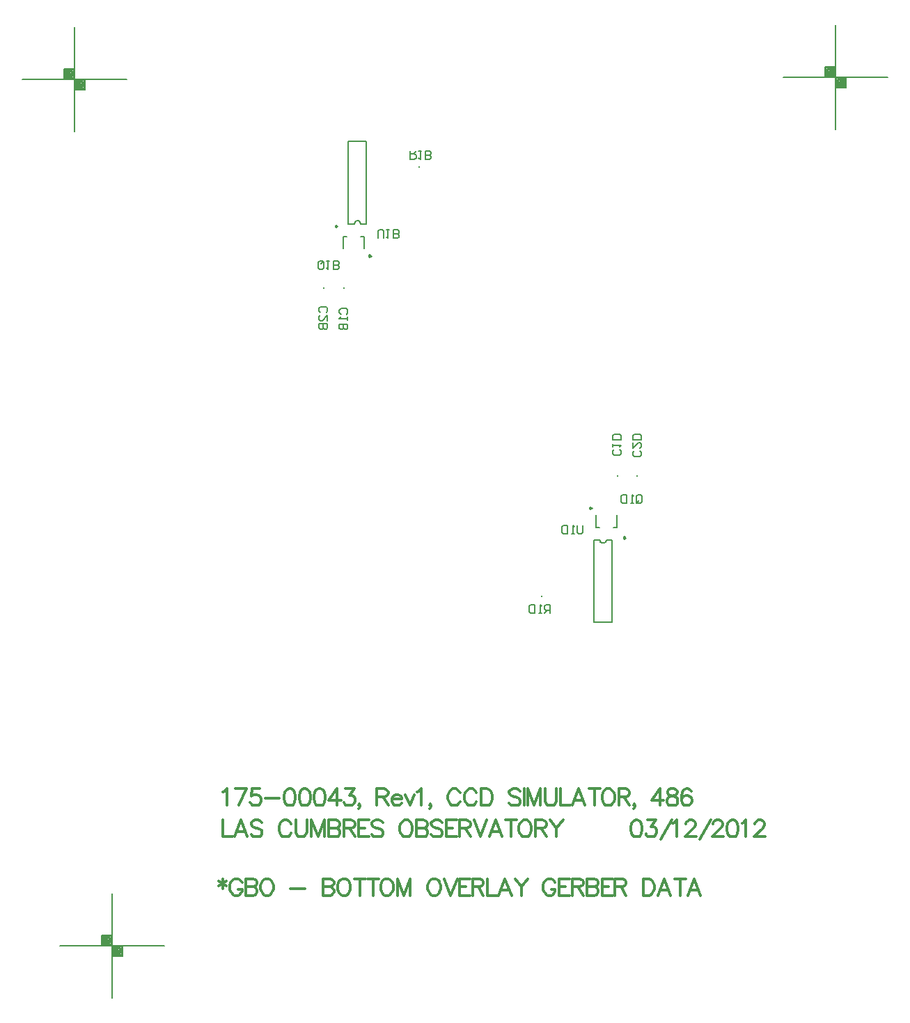
<source format=gbo>
%FSLAX23Y23*%
%MOIN*%
G70*
G01*
G75*
G04 Layer_Color=32896*
%ADD10R,0.070X0.135*%
%ADD11R,0.087X0.024*%
%ADD12R,0.135X0.070*%
%ADD13R,0.050X0.050*%
%ADD14R,0.050X0.050*%
%ADD15R,0.035X0.037*%
%ADD16R,0.035X0.037*%
%ADD17C,0.010*%
%ADD18C,0.012*%
%ADD19C,0.008*%
%ADD20C,0.012*%
%ADD21C,0.012*%
%ADD22R,0.059X0.059*%
%ADD23C,0.059*%
%ADD24C,0.055*%
%ADD25R,0.070X0.070*%
%ADD26C,0.070*%
%ADD27C,0.024*%
%ADD28C,0.040*%
%ADD29C,0.075*%
G04:AMPARAMS|DCode=30|XSize=95.433mil|YSize=95.433mil|CornerRadius=0mil|HoleSize=0mil|Usage=FLASHONLY|Rotation=0.000|XOffset=0mil|YOffset=0mil|HoleType=Round|Shape=Relief|Width=10mil|Gap=10mil|Entries=4|*
%AMTHD30*
7,0,0,0.095,0.075,0.010,45*
%
%ADD30THD30*%
G04:AMPARAMS|DCode=31|XSize=93.465mil|YSize=93.465mil|CornerRadius=0mil|HoleSize=0mil|Usage=FLASHONLY|Rotation=0.000|XOffset=0mil|YOffset=0mil|HoleType=Round|Shape=Relief|Width=10mil|Gap=10mil|Entries=4|*
%AMTHD31*
7,0,0,0.093,0.073,0.010,45*
%
%ADD31THD31*%
%ADD32C,0.073*%
G04:AMPARAMS|DCode=33|XSize=100mil|YSize=100mil|CornerRadius=0mil|HoleSize=0mil|Usage=FLASHONLY|Rotation=0.000|XOffset=0mil|YOffset=0mil|HoleType=Round|Shape=Relief|Width=10mil|Gap=10mil|Entries=4|*
%AMTHD33*
7,0,0,0.100,0.080,0.010,45*
%
%ADD33THD33*%
%ADD34C,0.080*%
%ADD35C,0.050*%
G04:AMPARAMS|DCode=36|XSize=70mil|YSize=70mil|CornerRadius=0mil|HoleSize=0mil|Usage=FLASHONLY|Rotation=0.000|XOffset=0mil|YOffset=0mil|HoleType=Round|Shape=Relief|Width=10mil|Gap=10mil|Entries=4|*
%AMTHD36*
7,0,0,0.070,0.050,0.010,45*
%
%ADD36THD36*%
%ADD37C,0.005*%
%ADD38C,0.006*%
%ADD39C,0.008*%
%ADD40C,0.010*%
%ADD41C,0.024*%
%ADD42C,0.010*%
%ADD43C,0.007*%
%ADD44R,0.169X0.072*%
%ADD45R,0.078X0.143*%
%ADD46R,0.095X0.032*%
%ADD47R,0.143X0.078*%
%ADD48R,0.058X0.058*%
%ADD49R,0.058X0.058*%
%ADD50R,0.043X0.045*%
%ADD51R,0.043X0.045*%
%ADD52R,0.067X0.067*%
%ADD53C,0.067*%
%ADD54C,0.063*%
%ADD55R,0.078X0.078*%
%ADD56C,0.078*%
%ADD57C,0.032*%
%ADD58R,0.927X0.242*%
D18*
X14113Y6377D02*
Y6331D01*
X14094Y6366D02*
X14132Y6343D01*
Y6366D02*
X14094Y6343D01*
X14206Y6358D02*
X14202Y6366D01*
X14194Y6373D01*
X14187Y6377D01*
X14171D01*
X14164Y6373D01*
X14156Y6366D01*
X14152Y6358D01*
X14148Y6347D01*
Y6327D01*
X14152Y6316D01*
X14156Y6308D01*
X14164Y6301D01*
X14171Y6297D01*
X14187D01*
X14194Y6301D01*
X14202Y6308D01*
X14206Y6316D01*
Y6327D01*
X14187D02*
X14206D01*
X14224Y6377D02*
Y6297D01*
Y6377D02*
X14258D01*
X14270Y6373D01*
X14273Y6369D01*
X14277Y6362D01*
Y6354D01*
X14273Y6347D01*
X14270Y6343D01*
X14258Y6339D01*
X14224D02*
X14258D01*
X14270Y6335D01*
X14273Y6331D01*
X14277Y6324D01*
Y6312D01*
X14273Y6305D01*
X14270Y6301D01*
X14258Y6297D01*
X14224D01*
X14318Y6377D02*
X14310Y6373D01*
X14303Y6366D01*
X14299Y6358D01*
X14295Y6347D01*
Y6327D01*
X14299Y6316D01*
X14303Y6308D01*
X14310Y6301D01*
X14318Y6297D01*
X14333D01*
X14341Y6301D01*
X14348Y6308D01*
X14352Y6316D01*
X14356Y6327D01*
Y6347D01*
X14352Y6358D01*
X14348Y6366D01*
X14341Y6373D01*
X14333Y6377D01*
X14318D01*
X14438Y6331D02*
X14506D01*
X14593Y6377D02*
Y6297D01*
Y6377D02*
X14627D01*
X14638Y6373D01*
X14642Y6369D01*
X14646Y6362D01*
Y6354D01*
X14642Y6347D01*
X14638Y6343D01*
X14627Y6339D01*
X14593D02*
X14627D01*
X14638Y6335D01*
X14642Y6331D01*
X14646Y6324D01*
Y6312D01*
X14642Y6305D01*
X14638Y6301D01*
X14627Y6297D01*
X14593D01*
X14687Y6377D02*
X14679Y6373D01*
X14671Y6366D01*
X14668Y6358D01*
X14664Y6347D01*
Y6327D01*
X14668Y6316D01*
X14671Y6308D01*
X14679Y6301D01*
X14687Y6297D01*
X14702D01*
X14709Y6301D01*
X14717Y6308D01*
X14721Y6316D01*
X14725Y6327D01*
Y6347D01*
X14721Y6358D01*
X14717Y6366D01*
X14709Y6373D01*
X14702Y6377D01*
X14687D01*
X14770D02*
Y6297D01*
X14743Y6377D02*
X14797D01*
X14833D02*
Y6297D01*
X14806Y6377D02*
X14860D01*
X14892D02*
X14884Y6373D01*
X14877Y6366D01*
X14873Y6358D01*
X14869Y6347D01*
Y6327D01*
X14873Y6316D01*
X14877Y6308D01*
X14884Y6301D01*
X14892Y6297D01*
X14907D01*
X14915Y6301D01*
X14922Y6308D01*
X14926Y6316D01*
X14930Y6327D01*
Y6347D01*
X14926Y6358D01*
X14922Y6366D01*
X14915Y6373D01*
X14907Y6377D01*
X14892D01*
X14949D02*
Y6297D01*
Y6377D02*
X14979Y6297D01*
X15010Y6377D02*
X14979Y6297D01*
X15010Y6377D02*
Y6297D01*
X15118Y6377D02*
X15111Y6373D01*
X15103Y6366D01*
X15099Y6358D01*
X15095Y6347D01*
Y6327D01*
X15099Y6316D01*
X15103Y6308D01*
X15111Y6301D01*
X15118Y6297D01*
X15133D01*
X15141Y6301D01*
X15149Y6308D01*
X15152Y6316D01*
X15156Y6327D01*
Y6347D01*
X15152Y6358D01*
X15149Y6366D01*
X15141Y6373D01*
X15133Y6377D01*
X15118D01*
X15175D02*
X15205Y6297D01*
X15236Y6377D02*
X15205Y6297D01*
X15296Y6377D02*
X15246D01*
Y6297D01*
X15296D01*
X15246Y6339D02*
X15277D01*
X15309Y6377D02*
Y6297D01*
Y6377D02*
X15343D01*
X15355Y6373D01*
X15358Y6369D01*
X15362Y6362D01*
Y6354D01*
X15358Y6347D01*
X15355Y6343D01*
X15343Y6339D01*
X15309D01*
X15336D02*
X15362Y6297D01*
X15380Y6377D02*
Y6297D01*
X15426D01*
X15496D02*
X15465Y6377D01*
X15435Y6297D01*
X15446Y6324D02*
X15484D01*
X15514Y6377D02*
X15545Y6339D01*
Y6297D01*
X15575Y6377D02*
X15545Y6339D01*
X15705Y6358D02*
X15702Y6366D01*
X15694Y6373D01*
X15686Y6377D01*
X15671D01*
X15664Y6373D01*
X15656Y6366D01*
X15652Y6358D01*
X15648Y6347D01*
Y6327D01*
X15652Y6316D01*
X15656Y6308D01*
X15664Y6301D01*
X15671Y6297D01*
X15686D01*
X15694Y6301D01*
X15702Y6308D01*
X15705Y6316D01*
Y6327D01*
X15686D02*
X15705D01*
X15773Y6377D02*
X15724D01*
Y6297D01*
X15773D01*
X15724Y6339D02*
X15754D01*
X15787Y6377D02*
Y6297D01*
Y6377D02*
X15821D01*
X15832Y6373D01*
X15836Y6369D01*
X15840Y6362D01*
Y6354D01*
X15836Y6347D01*
X15832Y6343D01*
X15821Y6339D01*
X15787D01*
X15813D02*
X15840Y6297D01*
X15858Y6377D02*
Y6297D01*
Y6377D02*
X15892D01*
X15904Y6373D01*
X15907Y6369D01*
X15911Y6362D01*
Y6354D01*
X15907Y6347D01*
X15904Y6343D01*
X15892Y6339D01*
X15858D02*
X15892D01*
X15904Y6335D01*
X15907Y6331D01*
X15911Y6324D01*
Y6312D01*
X15907Y6305D01*
X15904Y6301D01*
X15892Y6297D01*
X15858D01*
X15979Y6377D02*
X15929D01*
Y6297D01*
X15979D01*
X15929Y6339D02*
X15960D01*
X15992Y6377D02*
Y6297D01*
Y6377D02*
X16026D01*
X16038Y6373D01*
X16041Y6369D01*
X16045Y6362D01*
Y6354D01*
X16041Y6347D01*
X16038Y6343D01*
X16026Y6339D01*
X15992D01*
X16019D02*
X16045Y6297D01*
X16126Y6377D02*
Y6297D01*
Y6377D02*
X16153D01*
X16164Y6373D01*
X16172Y6366D01*
X16175Y6358D01*
X16179Y6347D01*
Y6327D01*
X16175Y6316D01*
X16172Y6308D01*
X16164Y6301D01*
X16153Y6297D01*
X16126D01*
X16258D02*
X16228Y6377D01*
X16197Y6297D01*
X16209Y6324D02*
X16247D01*
X16303Y6377D02*
Y6297D01*
X16277Y6377D02*
X16330D01*
X16401Y6297D02*
X16370Y6377D01*
X16340Y6297D01*
X16351Y6324D02*
X16389D01*
D19*
X16796Y10217D02*
X17296D01*
X17046Y9967D02*
Y10467D01*
X17096Y10167D02*
Y10217D01*
X17046Y10167D02*
X17096D01*
X16996Y10217D02*
Y10267D01*
X17046D01*
X17001Y10222D02*
X17041D01*
X17001D02*
Y10262D01*
X17041D01*
Y10222D02*
Y10262D01*
X17006Y10227D02*
X17036D01*
X17006D02*
Y10257D01*
X17036D01*
Y10232D02*
Y10257D01*
X17011Y10232D02*
X17031D01*
X17011D02*
Y10252D01*
X17031D01*
Y10237D02*
Y10252D01*
X17016Y10237D02*
X17026D01*
X17016D02*
Y10247D01*
X17026D01*
Y10237D02*
Y10247D01*
X17016Y10242D02*
X17026D01*
X17051Y10172D02*
X17091D01*
X17051D02*
Y10212D01*
X17091D01*
Y10172D02*
Y10212D01*
X17056Y10177D02*
X17086D01*
X17056D02*
Y10207D01*
X17086D01*
Y10182D02*
Y10207D01*
X17061Y10182D02*
X17081D01*
X17061D02*
Y10202D01*
X17081D01*
Y10187D02*
Y10202D01*
X17066Y10187D02*
X17076D01*
X17066D02*
Y10197D01*
X17076D01*
Y10187D02*
Y10197D01*
X17066Y10192D02*
X17076D01*
X13155Y10207D02*
X13655D01*
X13405Y9957D02*
Y10457D01*
X13455Y10157D02*
Y10207D01*
X13405Y10157D02*
X13455D01*
X13355Y10207D02*
Y10257D01*
X13405D01*
X13360Y10212D02*
X13400D01*
X13360D02*
Y10252D01*
X13400D01*
Y10212D02*
Y10252D01*
X13365Y10217D02*
X13395D01*
X13365D02*
Y10247D01*
X13395D01*
Y10222D02*
Y10247D01*
X13370Y10222D02*
X13390D01*
X13370D02*
Y10242D01*
X13390D01*
Y10227D02*
Y10242D01*
X13375Y10227D02*
X13385D01*
X13375D02*
Y10237D01*
X13385D01*
Y10227D02*
Y10237D01*
X13375Y10232D02*
X13385D01*
X13410Y10162D02*
X13450D01*
X13410D02*
Y10202D01*
X13450D01*
Y10162D02*
Y10202D01*
X13415Y10167D02*
X13445D01*
X13415D02*
Y10197D01*
X13445D01*
Y10172D02*
Y10197D01*
X13420Y10172D02*
X13440D01*
X13420D02*
Y10192D01*
X13440D01*
Y10177D02*
Y10192D01*
X13425Y10177D02*
X13435D01*
X13425D02*
Y10187D01*
X13435D01*
Y10177D02*
Y10187D01*
X13425Y10182D02*
X13435D01*
X13334Y6057D02*
X13834D01*
X13584Y5807D02*
Y6307D01*
X13634Y6007D02*
Y6057D01*
X13584Y6007D02*
X13634D01*
X13534Y6057D02*
Y6107D01*
X13584D01*
X13539Y6062D02*
X13579D01*
X13539D02*
Y6102D01*
X13579D01*
Y6062D02*
Y6102D01*
X13544Y6067D02*
X13574D01*
X13544D02*
Y6097D01*
X13574D01*
Y6072D02*
Y6097D01*
X13549Y6072D02*
X13569D01*
X13549D02*
Y6092D01*
X13569D01*
Y6077D02*
Y6092D01*
X13554Y6077D02*
X13564D01*
X13554D02*
Y6087D01*
X13564D01*
Y6077D02*
Y6087D01*
X13554Y6082D02*
X13564D01*
X13589Y6012D02*
X13629D01*
X13589D02*
Y6052D01*
X13629D01*
Y6012D02*
Y6052D01*
X13594Y6017D02*
X13624D01*
X13594D02*
Y6047D01*
X13624D01*
Y6022D02*
Y6047D01*
X13599Y6022D02*
X13619D01*
X13599D02*
Y6042D01*
X13619D01*
Y6027D02*
Y6042D01*
X13604Y6027D02*
X13614D01*
X13604D02*
Y6037D01*
X13614D01*
Y6027D02*
Y6037D01*
X13604Y6032D02*
X13614D01*
D20*
X14115Y6658D02*
Y6578D01*
X14161D01*
X14230D02*
X14200Y6658D01*
X14169Y6578D01*
X14181Y6604D02*
X14219D01*
X14302Y6646D02*
X14295Y6654D01*
X14283Y6658D01*
X14268D01*
X14257Y6654D01*
X14249Y6646D01*
Y6639D01*
X14253Y6631D01*
X14257Y6627D01*
X14264Y6623D01*
X14287Y6616D01*
X14295Y6612D01*
X14299Y6608D01*
X14302Y6600D01*
Y6589D01*
X14295Y6581D01*
X14283Y6578D01*
X14268D01*
X14257Y6581D01*
X14249Y6589D01*
X14440Y6639D02*
X14436Y6646D01*
X14429Y6654D01*
X14421Y6658D01*
X14406D01*
X14398Y6654D01*
X14391Y6646D01*
X14387Y6639D01*
X14383Y6627D01*
Y6608D01*
X14387Y6597D01*
X14391Y6589D01*
X14398Y6581D01*
X14406Y6578D01*
X14421D01*
X14429Y6581D01*
X14436Y6589D01*
X14440Y6597D01*
X14463Y6658D02*
Y6600D01*
X14467Y6589D01*
X14474Y6581D01*
X14486Y6578D01*
X14493D01*
X14505Y6581D01*
X14512Y6589D01*
X14516Y6600D01*
Y6658D01*
X14538D02*
Y6578D01*
Y6658D02*
X14569Y6578D01*
X14599Y6658D02*
X14569Y6578D01*
X14599Y6658D02*
Y6578D01*
X14622Y6658D02*
Y6578D01*
Y6658D02*
X14656D01*
X14668Y6654D01*
X14671Y6650D01*
X14675Y6642D01*
Y6635D01*
X14671Y6627D01*
X14668Y6623D01*
X14656Y6619D01*
X14622D02*
X14656D01*
X14668Y6616D01*
X14671Y6612D01*
X14675Y6604D01*
Y6593D01*
X14671Y6585D01*
X14668Y6581D01*
X14656Y6578D01*
X14622D01*
X14693Y6658D02*
Y6578D01*
Y6658D02*
X14727D01*
X14739Y6654D01*
X14743Y6650D01*
X14747Y6642D01*
Y6635D01*
X14743Y6627D01*
X14739Y6623D01*
X14727Y6619D01*
X14693D01*
X14720D02*
X14747Y6578D01*
X14814Y6658D02*
X14764D01*
Y6578D01*
X14814D01*
X14764Y6619D02*
X14795D01*
X14881Y6646D02*
X14873Y6654D01*
X14862Y6658D01*
X14846D01*
X14835Y6654D01*
X14827Y6646D01*
Y6639D01*
X14831Y6631D01*
X14835Y6627D01*
X14842Y6623D01*
X14865Y6616D01*
X14873Y6612D01*
X14877Y6608D01*
X14881Y6600D01*
Y6589D01*
X14873Y6581D01*
X14862Y6578D01*
X14846D01*
X14835Y6581D01*
X14827Y6589D01*
X14984Y6658D02*
X14977Y6654D01*
X14969Y6646D01*
X14965Y6639D01*
X14961Y6627D01*
Y6608D01*
X14965Y6597D01*
X14969Y6589D01*
X14977Y6581D01*
X14984Y6578D01*
X14999D01*
X15007Y6581D01*
X15015Y6589D01*
X15018Y6597D01*
X15022Y6608D01*
Y6627D01*
X15018Y6639D01*
X15015Y6646D01*
X15007Y6654D01*
X14999Y6658D01*
X14984D01*
X15041D02*
Y6578D01*
Y6658D02*
X15075D01*
X15087Y6654D01*
X15090Y6650D01*
X15094Y6642D01*
Y6635D01*
X15090Y6627D01*
X15087Y6623D01*
X15075Y6619D01*
X15041D02*
X15075D01*
X15087Y6616D01*
X15090Y6612D01*
X15094Y6604D01*
Y6593D01*
X15090Y6585D01*
X15087Y6581D01*
X15075Y6578D01*
X15041D01*
X15165Y6646D02*
X15158Y6654D01*
X15146Y6658D01*
X15131D01*
X15120Y6654D01*
X15112Y6646D01*
Y6639D01*
X15116Y6631D01*
X15120Y6627D01*
X15127Y6623D01*
X15150Y6616D01*
X15158Y6612D01*
X15162Y6608D01*
X15165Y6600D01*
Y6589D01*
X15158Y6581D01*
X15146Y6578D01*
X15131D01*
X15120Y6581D01*
X15112Y6589D01*
X15233Y6658D02*
X15183D01*
Y6578D01*
X15233D01*
X15183Y6619D02*
X15214D01*
X15246Y6658D02*
Y6578D01*
Y6658D02*
X15280D01*
X15292Y6654D01*
X15296Y6650D01*
X15300Y6642D01*
Y6635D01*
X15296Y6627D01*
X15292Y6623D01*
X15280Y6619D01*
X15246D01*
X15273D02*
X15300Y6578D01*
X15317Y6658D02*
X15348Y6578D01*
X15378Y6658D02*
X15348Y6578D01*
X15450D02*
X15419Y6658D01*
X15389Y6578D01*
X15400Y6604D02*
X15438D01*
X15495Y6658D02*
Y6578D01*
X15468Y6658D02*
X15522D01*
X15554D02*
X15546Y6654D01*
X15539Y6646D01*
X15535Y6639D01*
X15531Y6627D01*
Y6608D01*
X15535Y6597D01*
X15539Y6589D01*
X15546Y6581D01*
X15554Y6578D01*
X15569D01*
X15577Y6581D01*
X15584Y6589D01*
X15588Y6597D01*
X15592Y6608D01*
Y6627D01*
X15588Y6639D01*
X15584Y6646D01*
X15577Y6654D01*
X15569Y6658D01*
X15554D01*
X15611D02*
Y6578D01*
Y6658D02*
X15645D01*
X15656Y6654D01*
X15660Y6650D01*
X15664Y6642D01*
Y6635D01*
X15660Y6627D01*
X15656Y6623D01*
X15645Y6619D01*
X15611D01*
X15637D02*
X15664Y6578D01*
X15682Y6658D02*
X15712Y6619D01*
Y6578D01*
X15743Y6658D02*
X15712Y6619D01*
X16090Y6658D02*
X16079Y6654D01*
X16071Y6642D01*
X16067Y6623D01*
Y6612D01*
X16071Y6593D01*
X16079Y6581D01*
X16090Y6578D01*
X16098D01*
X16109Y6581D01*
X16117Y6593D01*
X16121Y6612D01*
Y6623D01*
X16117Y6642D01*
X16109Y6654D01*
X16098Y6658D01*
X16090D01*
X16146D02*
X16188D01*
X16165Y6627D01*
X16177D01*
X16184Y6623D01*
X16188Y6619D01*
X16192Y6608D01*
Y6600D01*
X16188Y6589D01*
X16180Y6581D01*
X16169Y6578D01*
X16158D01*
X16146Y6581D01*
X16142Y6585D01*
X16139Y6593D01*
X16210Y6566D02*
X16263Y6658D01*
X16268Y6642D02*
X16276Y6646D01*
X16288Y6658D01*
Y6578D01*
X16331Y6639D02*
Y6642D01*
X16335Y6650D01*
X16339Y6654D01*
X16346Y6658D01*
X16361D01*
X16369Y6654D01*
X16373Y6650D01*
X16377Y6642D01*
Y6635D01*
X16373Y6627D01*
X16365Y6616D01*
X16327Y6578D01*
X16380D01*
X16398Y6566D02*
X16452Y6658D01*
X16461Y6639D02*
Y6642D01*
X16465Y6650D01*
X16468Y6654D01*
X16476Y6658D01*
X16491D01*
X16499Y6654D01*
X16503Y6650D01*
X16507Y6642D01*
Y6635D01*
X16503Y6627D01*
X16495Y6616D01*
X16457Y6578D01*
X16510D01*
X16551Y6658D02*
X16540Y6654D01*
X16532Y6642D01*
X16528Y6623D01*
Y6612D01*
X16532Y6593D01*
X16540Y6581D01*
X16551Y6578D01*
X16559D01*
X16570Y6581D01*
X16578Y6593D01*
X16582Y6612D01*
Y6623D01*
X16578Y6642D01*
X16570Y6654D01*
X16559Y6658D01*
X16551D01*
X16599Y6642D02*
X16607Y6646D01*
X16618Y6658D01*
Y6578D01*
X16662Y6639D02*
Y6642D01*
X16666Y6650D01*
X16670Y6654D01*
X16677Y6658D01*
X16692D01*
X16700Y6654D01*
X16704Y6650D01*
X16708Y6642D01*
Y6635D01*
X16704Y6627D01*
X16696Y6616D01*
X16658Y6578D01*
X16711D01*
D21*
X14115Y6792D02*
X14123Y6796D01*
X14134Y6808D01*
Y6728D01*
X14227Y6808D02*
X14189Y6728D01*
X14174Y6808D02*
X14227D01*
X14291D02*
X14253D01*
X14249Y6773D01*
X14253Y6777D01*
X14264Y6781D01*
X14275D01*
X14287Y6777D01*
X14294Y6769D01*
X14298Y6758D01*
Y6750D01*
X14294Y6739D01*
X14287Y6731D01*
X14275Y6728D01*
X14264D01*
X14253Y6731D01*
X14249Y6735D01*
X14245Y6743D01*
X14316Y6762D02*
X14385D01*
X14431Y6808D02*
X14420Y6804D01*
X14412Y6792D01*
X14408Y6773D01*
Y6762D01*
X14412Y6743D01*
X14420Y6731D01*
X14431Y6728D01*
X14439D01*
X14450Y6731D01*
X14458Y6743D01*
X14462Y6762D01*
Y6773D01*
X14458Y6792D01*
X14450Y6804D01*
X14439Y6808D01*
X14431D01*
X14502D02*
X14491Y6804D01*
X14483Y6792D01*
X14480Y6773D01*
Y6762D01*
X14483Y6743D01*
X14491Y6731D01*
X14502Y6728D01*
X14510D01*
X14521Y6731D01*
X14529Y6743D01*
X14533Y6762D01*
Y6773D01*
X14529Y6792D01*
X14521Y6804D01*
X14510Y6808D01*
X14502D01*
X14574D02*
X14562Y6804D01*
X14555Y6792D01*
X14551Y6773D01*
Y6762D01*
X14555Y6743D01*
X14562Y6731D01*
X14574Y6728D01*
X14581D01*
X14593Y6731D01*
X14600Y6743D01*
X14604Y6762D01*
Y6773D01*
X14600Y6792D01*
X14593Y6804D01*
X14581Y6808D01*
X14574D01*
X14660D02*
X14622Y6754D01*
X14679D01*
X14660Y6808D02*
Y6728D01*
X14701Y6808D02*
X14743D01*
X14720Y6777D01*
X14731D01*
X14739Y6773D01*
X14743Y6769D01*
X14747Y6758D01*
Y6750D01*
X14743Y6739D01*
X14735Y6731D01*
X14724Y6728D01*
X14712D01*
X14701Y6731D01*
X14697Y6735D01*
X14693Y6743D01*
X14772Y6731D02*
X14768Y6728D01*
X14764Y6731D01*
X14768Y6735D01*
X14772Y6731D01*
Y6724D01*
X14768Y6716D01*
X14764Y6712D01*
X14852Y6808D02*
Y6728D01*
Y6808D02*
X14887D01*
X14898Y6804D01*
X14902Y6800D01*
X14906Y6792D01*
Y6785D01*
X14902Y6777D01*
X14898Y6773D01*
X14887Y6769D01*
X14852D01*
X14879D02*
X14906Y6728D01*
X14924Y6758D02*
X14969D01*
Y6766D01*
X14966Y6773D01*
X14962Y6777D01*
X14954Y6781D01*
X14943D01*
X14935Y6777D01*
X14927Y6769D01*
X14924Y6758D01*
Y6750D01*
X14927Y6739D01*
X14935Y6731D01*
X14943Y6728D01*
X14954D01*
X14962Y6731D01*
X14969Y6739D01*
X14986Y6781D02*
X15009Y6728D01*
X15032Y6781D02*
X15009Y6728D01*
X15045Y6792D02*
X15053Y6796D01*
X15064Y6808D01*
Y6728D01*
X15111Y6731D02*
X15108Y6728D01*
X15104Y6731D01*
X15108Y6735D01*
X15111Y6731D01*
Y6724D01*
X15108Y6716D01*
X15104Y6712D01*
X15249Y6789D02*
X15245Y6796D01*
X15237Y6804D01*
X15230Y6808D01*
X15215D01*
X15207Y6804D01*
X15199Y6796D01*
X15196Y6789D01*
X15192Y6777D01*
Y6758D01*
X15196Y6747D01*
X15199Y6739D01*
X15207Y6731D01*
X15215Y6728D01*
X15230D01*
X15237Y6731D01*
X15245Y6739D01*
X15249Y6747D01*
X15328Y6789D02*
X15325Y6796D01*
X15317Y6804D01*
X15309Y6808D01*
X15294D01*
X15287Y6804D01*
X15279Y6796D01*
X15275Y6789D01*
X15271Y6777D01*
Y6758D01*
X15275Y6747D01*
X15279Y6739D01*
X15287Y6731D01*
X15294Y6728D01*
X15309D01*
X15317Y6731D01*
X15325Y6739D01*
X15328Y6747D01*
X15351Y6808D02*
Y6728D01*
Y6808D02*
X15378D01*
X15389Y6804D01*
X15397Y6796D01*
X15400Y6789D01*
X15404Y6777D01*
Y6758D01*
X15400Y6747D01*
X15397Y6739D01*
X15389Y6731D01*
X15378Y6728D01*
X15351D01*
X15538Y6796D02*
X15531Y6804D01*
X15519Y6808D01*
X15504D01*
X15493Y6804D01*
X15485Y6796D01*
Y6789D01*
X15489Y6781D01*
X15493Y6777D01*
X15500Y6773D01*
X15523Y6766D01*
X15531Y6762D01*
X15535Y6758D01*
X15538Y6750D01*
Y6739D01*
X15531Y6731D01*
X15519Y6728D01*
X15504D01*
X15493Y6731D01*
X15485Y6739D01*
X15556Y6808D02*
Y6728D01*
X15573Y6808D02*
Y6728D01*
Y6808D02*
X15603Y6728D01*
X15634Y6808D02*
X15603Y6728D01*
X15634Y6808D02*
Y6728D01*
X15657Y6808D02*
Y6750D01*
X15661Y6739D01*
X15668Y6731D01*
X15680Y6728D01*
X15687D01*
X15699Y6731D01*
X15706Y6739D01*
X15710Y6750D01*
Y6808D01*
X15732D02*
Y6728D01*
X15778D01*
X15848D02*
X15817Y6808D01*
X15787Y6728D01*
X15798Y6754D02*
X15836D01*
X15893Y6808D02*
Y6728D01*
X15866Y6808D02*
X15920D01*
X15952D02*
X15944Y6804D01*
X15937Y6796D01*
X15933Y6789D01*
X15929Y6777D01*
Y6758D01*
X15933Y6747D01*
X15937Y6739D01*
X15944Y6731D01*
X15952Y6728D01*
X15967D01*
X15975Y6731D01*
X15982Y6739D01*
X15986Y6747D01*
X15990Y6758D01*
Y6777D01*
X15986Y6789D01*
X15982Y6796D01*
X15975Y6804D01*
X15967Y6808D01*
X15952D01*
X16009D02*
Y6728D01*
Y6808D02*
X16043D01*
X16054Y6804D01*
X16058Y6800D01*
X16062Y6792D01*
Y6785D01*
X16058Y6777D01*
X16054Y6773D01*
X16043Y6769D01*
X16009D01*
X16035D02*
X16062Y6728D01*
X16088Y6731D02*
X16084Y6728D01*
X16080Y6731D01*
X16084Y6735D01*
X16088Y6731D01*
Y6724D01*
X16084Y6716D01*
X16080Y6712D01*
X16206Y6808D02*
X16168Y6754D01*
X16225D01*
X16206Y6808D02*
Y6728D01*
X16258Y6808D02*
X16247Y6804D01*
X16243Y6796D01*
Y6789D01*
X16247Y6781D01*
X16254Y6777D01*
X16270Y6773D01*
X16281Y6769D01*
X16289Y6762D01*
X16292Y6754D01*
Y6743D01*
X16289Y6735D01*
X16285Y6731D01*
X16273Y6728D01*
X16258D01*
X16247Y6731D01*
X16243Y6735D01*
X16239Y6743D01*
Y6754D01*
X16243Y6762D01*
X16251Y6769D01*
X16262Y6773D01*
X16277Y6777D01*
X16285Y6781D01*
X16289Y6789D01*
Y6796D01*
X16285Y6804D01*
X16273Y6808D01*
X16258D01*
X16356Y6796D02*
X16352Y6804D01*
X16341Y6808D01*
X16333D01*
X16322Y6804D01*
X16314Y6792D01*
X16310Y6773D01*
Y6754D01*
X16314Y6739D01*
X16322Y6731D01*
X16333Y6728D01*
X16337D01*
X16348Y6731D01*
X16356Y6739D01*
X16360Y6750D01*
Y6754D01*
X16356Y6766D01*
X16348Y6773D01*
X16337Y6777D01*
X16333D01*
X16322Y6773D01*
X16314Y6766D01*
X16310Y6754D01*
D39*
X15920Y8000D02*
X15922Y7991D01*
X15930Y7986D01*
X15939D01*
X15946Y7991D01*
X15949Y8000D01*
X14773Y9514D02*
X14770Y9522D01*
X14763Y9528D01*
X14754D01*
X14746Y9522D01*
X14744Y9514D01*
X15891Y7606D02*
Y8000D01*
X15977Y7606D02*
Y8000D01*
X15891Y7606D02*
X15977D01*
X15891Y8000D02*
X15920D01*
X15949D02*
X15977D01*
X14801Y9514D02*
Y9908D01*
X14715Y9514D02*
Y9908D01*
X14801D01*
X14773Y9514D02*
X14801D01*
X14715D02*
X14744D01*
X16002Y8061D02*
Y8119D01*
X15900Y8061D02*
Y8119D01*
Y8061D02*
X15918D01*
X15985D02*
X16002D01*
X14690Y9395D02*
Y9453D01*
X14792Y9395D02*
Y9453D01*
X14775D02*
X14792D01*
X14690D02*
X14708D01*
D40*
X16041Y8011D02*
X16034Y8015D01*
Y8007D01*
X16041Y8011D01*
X14661Y9502D02*
X14653Y9507D01*
Y9498D01*
X14661Y9502D01*
X15879Y8153D02*
X15872Y8157D01*
Y8149D01*
X15879Y8153D01*
X14823Y9361D02*
X14815Y9365D01*
Y9356D01*
X14823Y9361D01*
D42*
X15641Y7729D02*
D03*
X15055Y9785D02*
D03*
X16098Y8307D02*
D03*
X14598Y9207D02*
D03*
X16003Y8307D02*
D03*
X14693Y9207D02*
D03*
D43*
X15836Y8069D02*
Y8035D01*
X15830Y8029D01*
X15816D01*
X15810Y8035D01*
Y8069D01*
X15796Y8029D02*
X15783D01*
X15790D01*
Y8069D01*
X15796Y8062D01*
X15763Y8069D02*
Y8029D01*
X15743D01*
X15736Y8035D01*
Y8062D01*
X15743Y8069D01*
X15763D01*
X14856Y9445D02*
Y9478D01*
X14863Y9485D01*
X14876D01*
X14883Y9478D01*
Y9445D01*
X14896Y9485D02*
X14909D01*
X14903D01*
Y9445D01*
X14896Y9451D01*
X14929Y9445D02*
Y9485D01*
X14949D01*
X14956Y9478D01*
Y9471D01*
X14949Y9465D01*
X14929D01*
X14949D01*
X14956Y9458D01*
Y9451D01*
X14949Y9445D01*
X14929D01*
X15680Y7650D02*
Y7690D01*
X15660D01*
X15654Y7683D01*
Y7670D01*
X15660Y7663D01*
X15680D01*
X15667D02*
X15654Y7650D01*
X15640D02*
X15627D01*
X15634D01*
Y7690D01*
X15640Y7683D01*
X15607Y7690D02*
Y7650D01*
X15587D01*
X15580Y7656D01*
Y7683D01*
X15587Y7690D01*
X15607D01*
X15012Y9864D02*
Y9824D01*
X15032D01*
X15039Y9830D01*
Y9844D01*
X15032Y9850D01*
X15012D01*
X15026D02*
X15039Y9864D01*
X15052D02*
X15065D01*
X15059D01*
Y9824D01*
X15052Y9830D01*
X15085Y9824D02*
Y9864D01*
X15105D01*
X15112Y9857D01*
Y9850D01*
X15105Y9844D01*
X15085D01*
X15105D01*
X15112Y9837D01*
Y9830D01*
X15105Y9824D01*
X15085D01*
X16095Y8183D02*
Y8210D01*
X16101Y8217D01*
X16115D01*
X16121Y8210D01*
Y8183D01*
X16115Y8177D01*
X16101D01*
X16108Y8190D02*
X16095Y8177D01*
X16101D02*
X16095Y8183D01*
X16081Y8177D02*
X16068D01*
X16075D01*
Y8217D01*
X16081Y8210D01*
X16048Y8217D02*
Y8177D01*
X16028D01*
X16021Y8183D01*
Y8210D01*
X16028Y8217D01*
X16048D01*
X14598Y9330D02*
Y9303D01*
X14591Y9297D01*
X14578D01*
X14571Y9303D01*
Y9330D01*
X14578Y9337D01*
X14591D01*
X14585Y9323D02*
X14598Y9337D01*
X14591D02*
X14598Y9330D01*
X14611Y9337D02*
X14624D01*
X14618D01*
Y9297D01*
X14611Y9303D01*
X14644Y9297D02*
Y9337D01*
X14664D01*
X14671Y9330D01*
Y9323D01*
X14664Y9317D01*
X14644D01*
X14664D01*
X14671Y9310D01*
Y9303D01*
X14664Y9297D01*
X14644D01*
X16110Y8425D02*
X16117Y8419D01*
Y8405D01*
X16110Y8399D01*
X16084D01*
X16077Y8405D01*
Y8419D01*
X16084Y8425D01*
X16077Y8465D02*
Y8439D01*
X16104Y8465D01*
X16110D01*
X16117Y8459D01*
Y8445D01*
X16110Y8439D01*
X16117Y8479D02*
X16077D01*
Y8499D01*
X16084Y8505D01*
X16110D01*
X16117Y8499D01*
Y8479D01*
X14582Y9088D02*
X14575Y9095D01*
Y9108D01*
X14582Y9115D01*
X14609D01*
X14615Y9108D01*
Y9095D01*
X14609Y9088D01*
X14615Y9048D02*
Y9075D01*
X14589Y9048D01*
X14582D01*
X14575Y9055D01*
Y9068D01*
X14582Y9075D01*
X14575Y9035D02*
X14615D01*
Y9015D01*
X14609Y9008D01*
X14602D01*
X14595Y9015D01*
Y9035D01*
Y9015D01*
X14589Y9008D01*
X14582D01*
X14575Y9015D01*
Y9035D01*
X16013Y8432D02*
X16020Y8426D01*
Y8412D01*
X16013Y8406D01*
X15987D01*
X15980Y8412D01*
Y8426D01*
X15987Y8432D01*
X15980Y8446D02*
Y8459D01*
Y8452D01*
X16020D01*
X16013Y8446D01*
X16020Y8479D02*
X15980D01*
Y8499D01*
X15987Y8506D01*
X16013D01*
X16020Y8499D01*
Y8479D01*
X14679Y9081D02*
X14672Y9088D01*
Y9101D01*
X14679Y9108D01*
X14706D01*
X14712Y9101D01*
Y9088D01*
X14706Y9081D01*
X14712Y9068D02*
Y9054D01*
Y9061D01*
X14672D01*
X14679Y9068D01*
X14672Y9034D02*
X14712D01*
Y9014D01*
X14706Y9008D01*
X14699D01*
X14692Y9014D01*
Y9034D01*
Y9014D01*
X14686Y9008D01*
X14679D01*
X14672Y9014D01*
Y9034D01*
M02*

</source>
